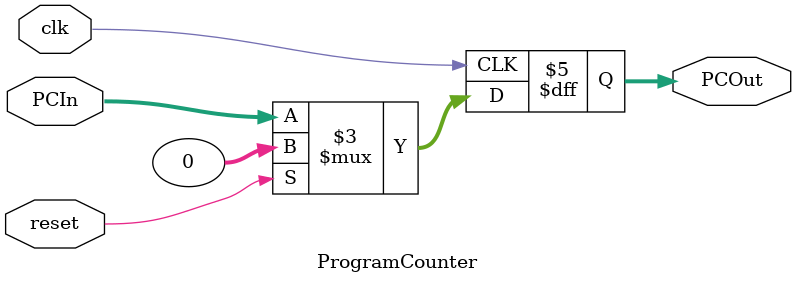
<source format=v>
module ProgramCounter(clk, reset, PCIn, PCOut);

	input clk;
	input reset;
	input [31:0]PCIn;
	output reg [31:0]PCOut; 

	always @(posedge clk)
	begin
		if (reset)
			PCOut = 0;
		else 
			PCOut = PCIn;
		
	end

endmodule
</source>
